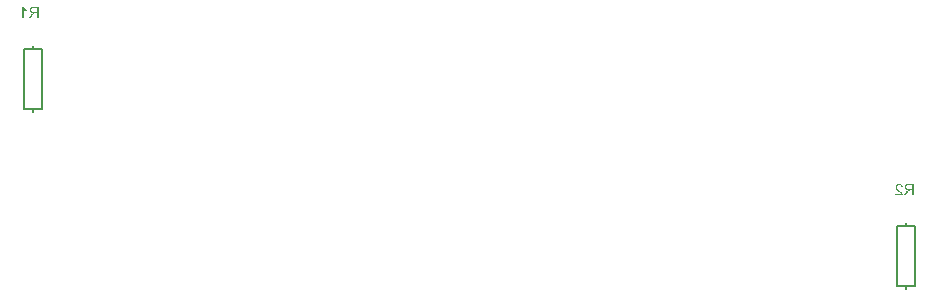
<source format=gbo>
G04*
G04 #@! TF.GenerationSoftware,Altium Limited,Altium Designer,19.1.8 (144)*
G04*
G04 Layer_Color=32896*
%FSLAX25Y25*%
%MOIN*%
G70*
G01*
G75*
%ADD10C,0.00787*%
G36*
X342955Y-245948D02*
X343049Y-245954D01*
X343138Y-245971D01*
X343221Y-245987D01*
X343299Y-246009D01*
X343371Y-246032D01*
X343438Y-246059D01*
X343499Y-246087D01*
X343554Y-246115D01*
X343599Y-246143D01*
X343637Y-246165D01*
X343671Y-246187D01*
X343699Y-246204D01*
X343715Y-246220D01*
X343726Y-246226D01*
X343732Y-246231D01*
X343787Y-246287D01*
X343837Y-246348D01*
X343887Y-246414D01*
X343926Y-246481D01*
X343993Y-246614D01*
X344037Y-246747D01*
X344054Y-246809D01*
X344070Y-246870D01*
X344081Y-246919D01*
X344093Y-246964D01*
X344098Y-247003D01*
Y-247030D01*
X344104Y-247047D01*
Y-247053D01*
X343621Y-247103D01*
X343610Y-246975D01*
X343588Y-246864D01*
X343554Y-246764D01*
X343515Y-246687D01*
X343482Y-246620D01*
X343449Y-246575D01*
X343427Y-246548D01*
X343415Y-246537D01*
X343332Y-246470D01*
X343243Y-246420D01*
X343149Y-246381D01*
X343066Y-246359D01*
X342988Y-246342D01*
X342921Y-246337D01*
X342899Y-246331D01*
X342866D01*
X342750Y-246337D01*
X342644Y-246359D01*
X342555Y-246392D01*
X342478Y-246426D01*
X342417Y-246464D01*
X342378Y-246492D01*
X342350Y-246514D01*
X342339Y-246526D01*
X342272Y-246603D01*
X342222Y-246681D01*
X342183Y-246759D01*
X342161Y-246836D01*
X342144Y-246897D01*
X342139Y-246953D01*
X342133Y-246986D01*
Y-246992D01*
Y-246997D01*
X342144Y-247097D01*
X342167Y-247203D01*
X342206Y-247297D01*
X342245Y-247386D01*
X342289Y-247458D01*
X342328Y-247519D01*
X342339Y-247541D01*
X342350Y-247558D01*
X342361Y-247563D01*
Y-247569D01*
X342405Y-247630D01*
X342461Y-247691D01*
X342522Y-247758D01*
X342588Y-247824D01*
X342727Y-247957D01*
X342866Y-248091D01*
X342938Y-248152D01*
X342999Y-248207D01*
X343060Y-248257D01*
X343110Y-248302D01*
X343149Y-248335D01*
X343182Y-248363D01*
X343205Y-248379D01*
X343210Y-248385D01*
X343349Y-248501D01*
X343477Y-248612D01*
X343582Y-248712D01*
X343665Y-248795D01*
X343737Y-248868D01*
X343787Y-248918D01*
X343815Y-248951D01*
X343826Y-248956D01*
Y-248962D01*
X343904Y-249056D01*
X343965Y-249145D01*
X344020Y-249234D01*
X344065Y-249312D01*
X344098Y-249378D01*
X344120Y-249428D01*
X344131Y-249462D01*
X344137Y-249467D01*
Y-249473D01*
X344159Y-249534D01*
X344170Y-249589D01*
X344181Y-249645D01*
X344187Y-249694D01*
X344193Y-249739D01*
Y-249772D01*
Y-249795D01*
Y-249800D01*
X341645D01*
Y-249345D01*
X343538D01*
X343471Y-249251D01*
X343438Y-249212D01*
X343410Y-249173D01*
X343382Y-249140D01*
X343360Y-249117D01*
X343343Y-249101D01*
X343338Y-249095D01*
X343310Y-249067D01*
X343277Y-249040D01*
X343199Y-248968D01*
X343110Y-248884D01*
X343016Y-248801D01*
X342927Y-248729D01*
X342888Y-248696D01*
X342855Y-248662D01*
X342827Y-248640D01*
X342805Y-248623D01*
X342794Y-248612D01*
X342788Y-248607D01*
X342700Y-248529D01*
X342611Y-248457D01*
X342533Y-248385D01*
X342461Y-248324D01*
X342394Y-248263D01*
X342339Y-248207D01*
X342283Y-248157D01*
X342239Y-248113D01*
X342195Y-248068D01*
X342161Y-248035D01*
X342133Y-248007D01*
X342106Y-247980D01*
X342078Y-247946D01*
X342067Y-247935D01*
X341989Y-247841D01*
X341923Y-247758D01*
X341867Y-247674D01*
X341823Y-247608D01*
X341789Y-247547D01*
X341767Y-247502D01*
X341756Y-247475D01*
X341751Y-247463D01*
X341717Y-247380D01*
X341695Y-247297D01*
X341673Y-247219D01*
X341662Y-247153D01*
X341656Y-247092D01*
X341651Y-247047D01*
Y-247020D01*
Y-247008D01*
X341656Y-246925D01*
X341667Y-246847D01*
X341678Y-246770D01*
X341701Y-246703D01*
X341756Y-246570D01*
X341811Y-246464D01*
X341845Y-246414D01*
X341873Y-246376D01*
X341900Y-246337D01*
X341928Y-246309D01*
X341950Y-246287D01*
X341961Y-246265D01*
X341972Y-246259D01*
X341978Y-246253D01*
X342039Y-246198D01*
X342106Y-246148D01*
X342178Y-246109D01*
X342250Y-246076D01*
X342394Y-246020D01*
X342539Y-245982D01*
X342600Y-245971D01*
X342661Y-245959D01*
X342716Y-245954D01*
X342761Y-245948D01*
X342799Y-245943D01*
X342855D01*
X342955Y-245948D01*
D02*
G37*
G36*
X347800Y-249800D02*
X347289D01*
Y-248096D01*
X346635D01*
X346573Y-248102D01*
X346529D01*
X346490Y-248107D01*
X346462Y-248113D01*
X346440D01*
X346429Y-248118D01*
X346424D01*
X346335Y-248146D01*
X346296Y-248163D01*
X346263Y-248179D01*
X346229Y-248196D01*
X346207Y-248207D01*
X346196Y-248213D01*
X346191Y-248218D01*
X346146Y-248252D01*
X346102Y-248290D01*
X346018Y-248374D01*
X345980Y-248412D01*
X345952Y-248446D01*
X345935Y-248468D01*
X345930Y-248474D01*
X345874Y-248551D01*
X345813Y-248635D01*
X345752Y-248723D01*
X345691Y-248807D01*
X345641Y-248884D01*
X345602Y-248945D01*
X345586Y-248968D01*
X345574Y-248984D01*
X345563Y-248995D01*
Y-249001D01*
X345058Y-249800D01*
X344426D01*
X345086Y-248757D01*
X345164Y-248646D01*
X345236Y-248546D01*
X345308Y-248462D01*
X345369Y-248385D01*
X345425Y-248329D01*
X345469Y-248285D01*
X345497Y-248257D01*
X345508Y-248246D01*
X345552Y-248213D01*
X345602Y-248174D01*
X345702Y-248113D01*
X345746Y-248091D01*
X345780Y-248068D01*
X345802Y-248057D01*
X345813Y-248052D01*
X345713Y-248035D01*
X345619Y-248018D01*
X345536Y-247991D01*
X345452Y-247969D01*
X345380Y-247941D01*
X345314Y-247907D01*
X345253Y-247880D01*
X345197Y-247852D01*
X345153Y-247819D01*
X345108Y-247791D01*
X345075Y-247769D01*
X345047Y-247746D01*
X345025Y-247730D01*
X345008Y-247713D01*
X345003Y-247708D01*
X344997Y-247702D01*
X344953Y-247647D01*
X344908Y-247591D01*
X344842Y-247475D01*
X344797Y-247358D01*
X344764Y-247247D01*
X344742Y-247153D01*
X344736Y-247114D01*
Y-247075D01*
X344731Y-247047D01*
Y-247025D01*
Y-247014D01*
Y-247008D01*
X344736Y-246892D01*
X344753Y-246786D01*
X344781Y-246687D01*
X344809Y-246603D01*
X344842Y-246531D01*
X344864Y-246476D01*
X344886Y-246442D01*
X344892Y-246437D01*
Y-246431D01*
X344958Y-246342D01*
X345025Y-246265D01*
X345097Y-246198D01*
X345164Y-246148D01*
X345225Y-246109D01*
X345275Y-246087D01*
X345308Y-246070D01*
X345314Y-246065D01*
X345319D01*
X345369Y-246048D01*
X345430Y-246032D01*
X345552Y-246004D01*
X345685Y-245987D01*
X345808Y-245971D01*
X345924Y-245965D01*
X345974D01*
X346018Y-245959D01*
X347800D01*
Y-249800D01*
D02*
G37*
G36*
X51011Y-187037D02*
X51072Y-187126D01*
X51144Y-187215D01*
X51210Y-187292D01*
X51277Y-187359D01*
X51327Y-187415D01*
X51349Y-187431D01*
X51366Y-187448D01*
X51371Y-187453D01*
X51377Y-187459D01*
X51494Y-187553D01*
X51610Y-187642D01*
X51721Y-187720D01*
X51832Y-187781D01*
X51926Y-187836D01*
X51965Y-187858D01*
X51999Y-187875D01*
X52026Y-187892D01*
X52048Y-187897D01*
X52060Y-187908D01*
X52065D01*
Y-188364D01*
X51982Y-188330D01*
X51899Y-188291D01*
X51815Y-188252D01*
X51738Y-188214D01*
X51671Y-188180D01*
X51616Y-188153D01*
X51582Y-188130D01*
X51577Y-188125D01*
X51571D01*
X51471Y-188064D01*
X51382Y-188003D01*
X51305Y-187947D01*
X51244Y-187897D01*
X51188Y-187858D01*
X51155Y-187825D01*
X51127Y-187803D01*
X51122Y-187797D01*
Y-190800D01*
X50650D01*
Y-186943D01*
X50955D01*
X51011Y-187037D01*
D02*
G37*
G36*
X56100Y-190800D02*
X55589D01*
Y-189096D01*
X54935D01*
X54874Y-189102D01*
X54829D01*
X54790Y-189107D01*
X54763Y-189113D01*
X54740D01*
X54729Y-189118D01*
X54724D01*
X54635Y-189146D01*
X54596Y-189163D01*
X54563Y-189179D01*
X54529Y-189196D01*
X54507Y-189207D01*
X54496Y-189213D01*
X54491Y-189218D01*
X54446Y-189251D01*
X54402Y-189290D01*
X54318Y-189374D01*
X54280Y-189412D01*
X54252Y-189446D01*
X54235Y-189468D01*
X54230Y-189474D01*
X54174Y-189551D01*
X54113Y-189635D01*
X54052Y-189723D01*
X53991Y-189806D01*
X53941Y-189884D01*
X53902Y-189945D01*
X53886Y-189968D01*
X53874Y-189984D01*
X53863Y-189995D01*
Y-190001D01*
X53358Y-190800D01*
X52726D01*
X53386Y-189757D01*
X53464Y-189646D01*
X53536Y-189546D01*
X53608Y-189462D01*
X53669Y-189385D01*
X53725Y-189329D01*
X53769Y-189285D01*
X53797Y-189257D01*
X53808Y-189246D01*
X53852Y-189213D01*
X53902Y-189174D01*
X54002Y-189113D01*
X54046Y-189091D01*
X54080Y-189068D01*
X54102Y-189057D01*
X54113Y-189052D01*
X54013Y-189035D01*
X53919Y-189018D01*
X53836Y-188991D01*
X53752Y-188969D01*
X53680Y-188941D01*
X53614Y-188907D01*
X53553Y-188880D01*
X53497Y-188852D01*
X53453Y-188819D01*
X53408Y-188791D01*
X53375Y-188769D01*
X53347Y-188747D01*
X53325Y-188730D01*
X53308Y-188713D01*
X53303Y-188708D01*
X53297Y-188702D01*
X53253Y-188647D01*
X53209Y-188591D01*
X53142Y-188475D01*
X53097Y-188358D01*
X53064Y-188247D01*
X53042Y-188153D01*
X53036Y-188114D01*
Y-188075D01*
X53031Y-188047D01*
Y-188025D01*
Y-188014D01*
Y-188008D01*
X53036Y-187892D01*
X53053Y-187786D01*
X53081Y-187686D01*
X53109Y-187603D01*
X53142Y-187531D01*
X53164Y-187476D01*
X53186Y-187442D01*
X53192Y-187437D01*
Y-187431D01*
X53258Y-187342D01*
X53325Y-187265D01*
X53397Y-187198D01*
X53464Y-187148D01*
X53525Y-187109D01*
X53575Y-187087D01*
X53608Y-187070D01*
X53614Y-187065D01*
X53619D01*
X53669Y-187048D01*
X53730Y-187031D01*
X53852Y-187004D01*
X53986Y-186987D01*
X54108Y-186970D01*
X54224Y-186965D01*
X54274D01*
X54318Y-186959D01*
X56100D01*
Y-190800D01*
D02*
G37*
%LPC*%
G36*
X347289Y-246387D02*
X346079D01*
X345930Y-246392D01*
X345802Y-246414D01*
X345691Y-246442D01*
X345608Y-246476D01*
X345536Y-246509D01*
X345491Y-246537D01*
X345463Y-246559D01*
X345452Y-246564D01*
X345386Y-246637D01*
X345336Y-246709D01*
X345303Y-246786D01*
X345275Y-246853D01*
X345264Y-246919D01*
X345258Y-246970D01*
X345253Y-247003D01*
Y-247008D01*
Y-247014D01*
X345258Y-247080D01*
X345269Y-247147D01*
X345286Y-247203D01*
X345303Y-247253D01*
X345325Y-247297D01*
X345341Y-247330D01*
X345352Y-247352D01*
X345358Y-247358D01*
X345397Y-247413D01*
X345447Y-247463D01*
X345497Y-247502D01*
X345547Y-247536D01*
X345591Y-247558D01*
X345624Y-247574D01*
X345647Y-247586D01*
X345658Y-247591D01*
X345735Y-247613D01*
X345824Y-247630D01*
X345913Y-247641D01*
X346002Y-247647D01*
X346079Y-247652D01*
X346146Y-247658D01*
X347289D01*
Y-246387D01*
D02*
G37*
G36*
X55589Y-187387D02*
X54379D01*
X54230Y-187392D01*
X54102Y-187415D01*
X53991Y-187442D01*
X53908Y-187476D01*
X53836Y-187509D01*
X53791Y-187537D01*
X53764Y-187559D01*
X53752Y-187564D01*
X53686Y-187636D01*
X53636Y-187709D01*
X53602Y-187786D01*
X53575Y-187853D01*
X53564Y-187920D01*
X53558Y-187970D01*
X53553Y-188003D01*
Y-188008D01*
Y-188014D01*
X53558Y-188081D01*
X53569Y-188147D01*
X53586Y-188203D01*
X53602Y-188252D01*
X53625Y-188297D01*
X53641Y-188330D01*
X53652Y-188352D01*
X53658Y-188358D01*
X53697Y-188414D01*
X53747Y-188463D01*
X53797Y-188502D01*
X53847Y-188536D01*
X53891Y-188558D01*
X53924Y-188575D01*
X53947Y-188585D01*
X53958Y-188591D01*
X54035Y-188613D01*
X54124Y-188630D01*
X54213Y-188641D01*
X54302Y-188647D01*
X54379Y-188652D01*
X54446Y-188658D01*
X55589D01*
Y-187387D01*
D02*
G37*
%LPD*%
D10*
X54000Y-201000D02*
X57000D01*
Y-221000D02*
Y-201000D01*
X51000Y-221000D02*
X57000D01*
X51000D02*
Y-201000D01*
X54000D01*
Y-221900D02*
Y-221000D01*
Y-201000D02*
Y-200100D01*
X342000Y-280000D02*
X345000D01*
X342000D02*
Y-260000D01*
X348000D01*
Y-280000D02*
Y-260000D01*
X345000Y-280000D02*
X348000D01*
X345000Y-260000D02*
Y-259100D01*
Y-280900D02*
Y-280000D01*
M02*

</source>
